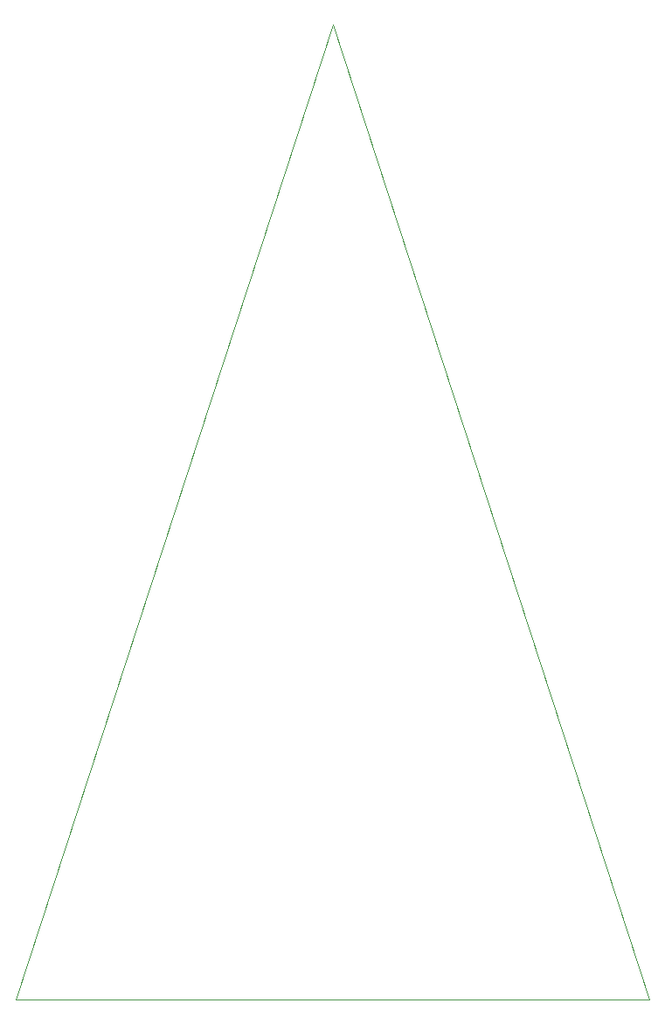
<source format=gbr>
%TF.GenerationSoftware,KiCad,Pcbnew,9.0.0*%
%TF.CreationDate,2025-08-14T13:48:37-07:00*%
%TF.ProjectId,pieceC,70696563-6543-42e6-9b69-6361645f7063,rev?*%
%TF.SameCoordinates,Original*%
%TF.FileFunction,Profile,NP*%
%FSLAX46Y46*%
G04 Gerber Fmt 4.6, Leading zero omitted, Abs format (unit mm)*
G04 Created by KiCad (PCBNEW 9.0.0) date 2025-08-14 13:48:37*
%MOMM*%
%LPD*%
G01*
G04 APERTURE LIST*
%TA.AperFunction,Profile*%
%ADD10C,0.050000*%
%TD*%
G04 APERTURE END LIST*
D10*
X57801147Y-22424692D02*
X88462294Y-116789999D01*
X27140000Y-116790000D02*
X57801147Y-22424692D01*
X88462294Y-116789999D02*
X27140000Y-116790000D01*
M02*

</source>
